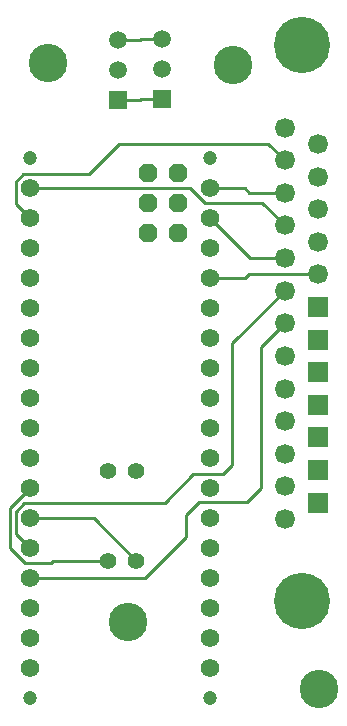
<source format=gbr>
G04 Layer_Physical_Order=2*
G04 Layer_Color=16711680*
%FSLAX45Y45*%
%MOMM*%
%TF.FileFunction,Copper,L2,Bot,Signal*%
%TF.Part,Single*%
G01*
G75*
%TA.AperFunction,Conductor*%
%ADD11C,0.25400*%
%TA.AperFunction,WasherPad*%
%ADD12C,3.25999*%
%TA.AperFunction,ComponentPad*%
%ADD13R,1.50000X1.50000*%
%ADD14C,1.50000*%
%ADD15C,1.69000*%
%ADD16R,1.69000X1.69000*%
%ADD17C,4.76000*%
%ADD18C,1.19990*%
G04:AMPARAMS|DCode=19|XSize=1.5748mm|YSize=1.5748mm|CornerRadius=0mm|HoleSize=0mm|Usage=FLASHONLY|Rotation=270.000|XOffset=0mm|YOffset=0mm|HoleType=Round|Shape=Octagon|*
%AMOCTAGOND19*
4,1,8,-0.39370,-0.78740,0.39370,-0.78740,0.78740,-0.39370,0.78740,0.39370,0.39370,0.78740,-0.39370,0.78740,-0.78740,0.39370,-0.78740,-0.39370,-0.39370,-0.78740,0.0*
%
%ADD19OCTAGOND19*%

%ADD20C,1.57480*%
%ADD21C,1.40000*%
D11*
X1000001Y5391998D02*
X1181860D01*
X1187463Y5397602D01*
X1369698D01*
X1000001Y5899998D02*
X1181860D01*
X1187463Y5905602D01*
X1369698D01*
X1772999Y4645000D02*
X2068320D01*
X2108919Y4604400D01*
X2407999D01*
X789008Y1851000D02*
X1150801Y1489207D01*
X248999Y1851000D02*
X789008D01*
X1772999Y4391000D02*
X2111800Y4052199D01*
X2407999D01*
X248999Y1343000D02*
X1221840D01*
X1570480Y1691640D01*
Y1877060D01*
X1679700Y1986280D01*
X2086100D01*
X2205480Y2105660D01*
Y3297479D01*
X2407999Y3499998D01*
X130300Y4509699D02*
X248999Y4391000D01*
X130300Y4509699D02*
Y4699000D01*
X193800Y4762500D01*
X747520D01*
X1004060Y5019040D01*
X2269457D01*
X2407999Y4880498D01*
X446027Y1489207D02*
X909501D01*
X427480Y1470660D02*
X446027Y1489207D01*
X209040Y1470660D02*
X427480D01*
X79500Y1600200D02*
X209040Y1470660D01*
X79500Y1600200D02*
Y1935500D01*
X248999Y2105000D01*
X1961640Y3329737D02*
X2407999Y3776096D01*
X1961640Y2301240D02*
Y3329737D01*
X1882900Y2222500D02*
X1961640Y2301240D01*
X1633980Y2222500D02*
X1882900D01*
X1390140Y1978660D02*
X1633980Y2222500D01*
X203960Y1978660D02*
X1390140D01*
X130300Y1905000D02*
X203960Y1978660D01*
X130300Y1715699D02*
Y1905000D01*
Y1715699D02*
X248999Y1597000D01*
X2106430Y3914150D02*
X2692002D01*
X2075280Y3883000D02*
X2106430Y3914150D01*
X1772999Y3883000D02*
X2075280D01*
X2217636Y4518660D02*
X2407999Y4328297D01*
X1730500Y4518660D02*
X2217636D01*
X1604160Y4645000D02*
X1730500Y4518660D01*
X248999Y4645000D02*
X1604160D01*
D12*
X400002Y5699999D02*
D03*
X2699998Y399999D02*
D03*
X1970002Y5690001D02*
D03*
X1080001Y970001D02*
D03*
D13*
X1369698Y5397602D02*
D03*
X1000001Y5391998D02*
D03*
D14*
X1369698Y5651602D02*
D03*
Y5905602D02*
D03*
X1000001Y5645998D02*
D03*
Y5899998D02*
D03*
D15*
X2407999Y1843400D02*
D03*
Y2119498D02*
D03*
Y2395596D02*
D03*
Y2671699D02*
D03*
Y2947797D02*
D03*
Y3223900D02*
D03*
Y3499998D02*
D03*
Y3776096D02*
D03*
X2692002Y3914150D02*
D03*
X2407999Y4052199D02*
D03*
X2692002Y4190248D02*
D03*
X2407999Y4328297D02*
D03*
X2692002Y4466346D02*
D03*
X2407999Y4604400D02*
D03*
X2692002Y4742449D02*
D03*
X2407999Y4880498D02*
D03*
X2692002Y5018547D02*
D03*
X2407999Y5156596D02*
D03*
D16*
X2692002Y1981449D02*
D03*
Y2257547D02*
D03*
Y2533650D02*
D03*
Y2809748D02*
D03*
Y3085846D02*
D03*
Y3361949D02*
D03*
Y3638047D02*
D03*
D17*
X2550000Y5852597D02*
D03*
Y1147399D02*
D03*
D18*
X1772999Y4899000D02*
D03*
X248999D02*
D03*
Y327000D02*
D03*
X1772999D02*
D03*
D19*
X1506299Y4264000D02*
D03*
X1252299D02*
D03*
X1506299Y4518000D02*
D03*
X1252299D02*
D03*
X1506299Y4772000D02*
D03*
X1252299D02*
D03*
D20*
X248999Y2867000D02*
D03*
Y3121000D02*
D03*
Y4645000D02*
D03*
Y4391000D02*
D03*
Y4137000D02*
D03*
Y3883000D02*
D03*
Y3629000D02*
D03*
Y3375000D02*
D03*
Y581000D02*
D03*
Y835000D02*
D03*
Y1089000D02*
D03*
Y2613000D02*
D03*
Y2359000D02*
D03*
Y2105000D02*
D03*
Y1851000D02*
D03*
Y1597000D02*
D03*
Y1343000D02*
D03*
X1772999Y2867000D02*
D03*
Y3121000D02*
D03*
Y4645000D02*
D03*
Y4391000D02*
D03*
Y4137000D02*
D03*
Y3883000D02*
D03*
Y3629000D02*
D03*
Y3375000D02*
D03*
Y581000D02*
D03*
Y835000D02*
D03*
Y1089000D02*
D03*
Y2613000D02*
D03*
Y2359000D02*
D03*
Y2105000D02*
D03*
Y1851000D02*
D03*
Y1597000D02*
D03*
Y1343000D02*
D03*
D21*
X909501Y1489207D02*
D03*
Y2251207D02*
D03*
X1150801Y1489207D02*
D03*
Y2251207D02*
D03*
%TF.MD5,f94bac516e80853a386e20d6e70194ff*%
M02*

</source>
